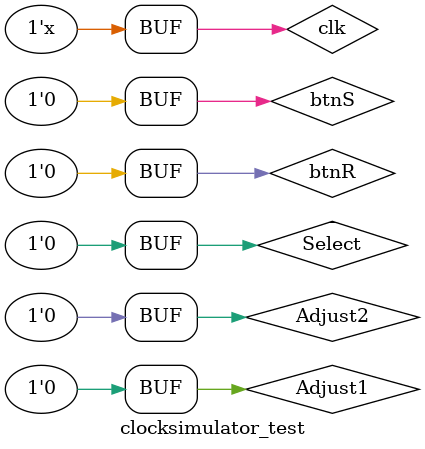
<source format=v>
`timescale 1ns / 1ps


module clocksimulator_test;

	// Inputs
	reg clk;
	reg btnS;
	reg btnR;
	reg Select;
	reg Adjust1;
	reg Adjust2;

	// Outputs
	wire Digit4;
	wire Digit3;
	wire Digit2;
	wire Digit1;
	wire LedA;
	wire LedB;
	wire LedC;
	wire LedD;
	wire LedE;
	wire LedF;
	wire LedG;
	wire [3:0] Anode;

	// Instantiate the Unit Under Test (UUT)
	clocksimulatortop uut (
		.clk(clk), 
		.btnS(btnS), 
		.btnR(btnR), 
		.Select(Select), 
		.Adjust1(Adjust1), 
		.Adjust2(Adjust2), 
		.Digit4(Digit4), 
		.Digit3(Digit3), 
		.Digit2(Digit2), 
		.Digit1(Digit1), 
		.LedA(LedA), 
		.LedB(LedB), 
		.LedC(LedC), 
		.LedD(LedD), 
		.LedE(LedE), 
		.LedF(LedF), 
		.LedG(LedG), 
		.Anode(Anode)
	);

	initial begin
		// Initialize Inputs
		clk = 0;
		btnS = 0;
		btnR = 0;
		Select = 0;
		Adjust1 = 0;
		Adjust2 = 0;

		// Wait 100 ns for global reset to finish
		
		#100;
     
		btnR = 1;
		#100.005;
		btnR = 0;
		#100.01;
		btnR = 1;
		#100.015;
		btnR = 0;
		#100.02;
	
		// Add stimulus here

	end
	
	
    always
		#0.005 clk = !clk;  
endmodule


</source>
